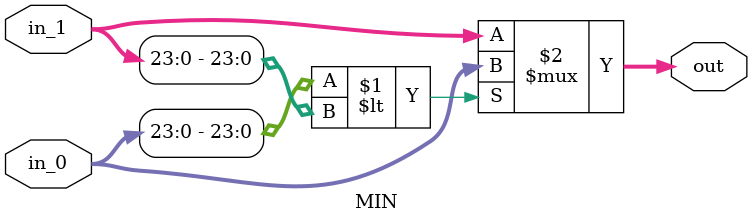
<source format=v>
`timescale 1ns / 1ps


module MIN(in_0,in_1,out);


input  [31:0]    in_0;
input  [31:0]    in_1;
output [31:0]    out;

assign out=(in_0[23:0]<in_1[23:0])?in_0:in_1;

 
 
endmodule

</source>
